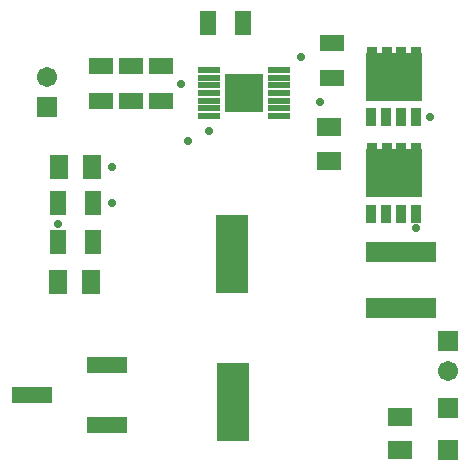
<source format=gts>
G04*
G04 #@! TF.GenerationSoftware,Altium Limited,Altium Designer,21.6.4 (81)*
G04*
G04 Layer_Color=8388736*
%FSLAX44Y44*%
%MOMM*%
G71*
G04*
G04 #@! TF.SameCoordinates,B536BBD3-7635-4869-82B2-4475C75F943D*
G04*
G04*
G04 #@! TF.FilePolarity,Negative*
G04*
G01*
G75*
%ADD26R,3.2032X3.3032*%
%ADD27R,1.9832X0.5592*%
%ADD28R,2.1532X1.6032*%
%ADD29R,3.5032X1.4032*%
%ADD30R,1.7032X1.7032*%
%ADD31R,1.6032X2.1532*%
%ADD32R,0.9132X1.5752*%
%ADD33R,4.7232X4.0532*%
%ADD34R,0.9232X0.7962*%
%ADD35R,5.9032X1.8032*%
%ADD36R,2.7032X6.7032*%
%ADD37R,1.3532X2.0032*%
%ADD38R,2.0032X1.3532*%
%ADD39C,1.7032*%
%ADD40C,0.7112*%
D26*
X212090Y325120D02*
D03*
D27*
X241790Y305620D02*
D03*
Y312120D02*
D03*
Y318620D02*
D03*
Y325120D02*
D03*
Y331620D02*
D03*
Y338120D02*
D03*
Y344620D02*
D03*
X182390Y305620D02*
D03*
Y312120D02*
D03*
Y318620D02*
D03*
Y325120D02*
D03*
Y331620D02*
D03*
Y338120D02*
D03*
Y344620D02*
D03*
D28*
X344170Y50860D02*
D03*
Y22860D02*
D03*
X284480Y267970D02*
D03*
Y295970D02*
D03*
D29*
X96520Y44450D02*
D03*
Y95250D02*
D03*
X32520Y69850D02*
D03*
D30*
X384810Y23140D02*
D03*
Y58140D02*
D03*
Y115570D02*
D03*
X45720Y313690D02*
D03*
D31*
X82610Y165100D02*
D03*
X54610D02*
D03*
X83820Y262890D02*
D03*
X55820D02*
D03*
D32*
X357936Y222856D02*
D03*
X332536D02*
D03*
X345236D02*
D03*
X319836D02*
D03*
X319786Y304546D02*
D03*
X345186D02*
D03*
X332486D02*
D03*
X357886D02*
D03*
D33*
X339140Y257400D02*
D03*
X339090Y339090D02*
D03*
D34*
X358140Y279400D02*
D03*
X320140D02*
D03*
X345440D02*
D03*
X332840D02*
D03*
X332790Y361090D02*
D03*
X345390D02*
D03*
X320090D02*
D03*
X358090D02*
D03*
D35*
X345440Y190500D02*
D03*
Y143500D02*
D03*
D36*
X201930Y188500D02*
D03*
X203200Y63500D02*
D03*
D37*
X84610Y199390D02*
D03*
X54610D02*
D03*
X211610Y384810D02*
D03*
X181610D02*
D03*
X54610Y232410D02*
D03*
X84610D02*
D03*
D38*
X287020Y367820D02*
D03*
Y337820D02*
D03*
X91440Y317980D02*
D03*
Y347980D02*
D03*
X116840D02*
D03*
Y317980D02*
D03*
X142240D02*
D03*
Y347980D02*
D03*
D39*
X384810Y90170D02*
D03*
X45720Y339090D02*
D03*
D40*
X208317Y321338D02*
D03*
X215974D02*
D03*
X223631Y328944D02*
D03*
X215974D02*
D03*
X208317D02*
D03*
X260650Y355600D02*
D03*
X369499Y304546D02*
D03*
X321310Y262043D02*
D03*
Y271780D02*
D03*
Y242570D02*
D03*
Y252307D02*
D03*
X359410D02*
D03*
Y242570D02*
D03*
Y271780D02*
D03*
Y262043D02*
D03*
X349885Y252307D02*
D03*
Y242570D02*
D03*
Y271780D02*
D03*
Y262043D02*
D03*
X340360Y252307D02*
D03*
Y242570D02*
D03*
Y271780D02*
D03*
Y262043D02*
D03*
X330835Y252307D02*
D03*
Y242570D02*
D03*
Y271780D02*
D03*
Y262043D02*
D03*
X329565Y343323D02*
D03*
Y353060D02*
D03*
Y323850D02*
D03*
Y333587D02*
D03*
X339090Y343323D02*
D03*
Y353060D02*
D03*
Y323850D02*
D03*
Y333587D02*
D03*
X348615Y343323D02*
D03*
Y353060D02*
D03*
Y323850D02*
D03*
Y333587D02*
D03*
X358140Y343323D02*
D03*
Y353060D02*
D03*
Y323850D02*
D03*
Y333587D02*
D03*
X320040D02*
D03*
Y323850D02*
D03*
Y353060D02*
D03*
Y343323D02*
D03*
X200660Y328944D02*
D03*
Y321338D02*
D03*
X223631D02*
D03*
X200660Y313732D02*
D03*
X208317D02*
D03*
X215974D02*
D03*
X223631D02*
D03*
Y336550D02*
D03*
X215974D02*
D03*
X208317D02*
D03*
X200660D02*
D03*
X276860Y317500D02*
D03*
X165100Y284480D02*
D03*
X182390Y292590D02*
D03*
X158750Y332740D02*
D03*
X100654Y262566D02*
D03*
X358140Y210820D02*
D03*
X100330Y232410D02*
D03*
X54610Y214630D02*
D03*
M02*

</source>
